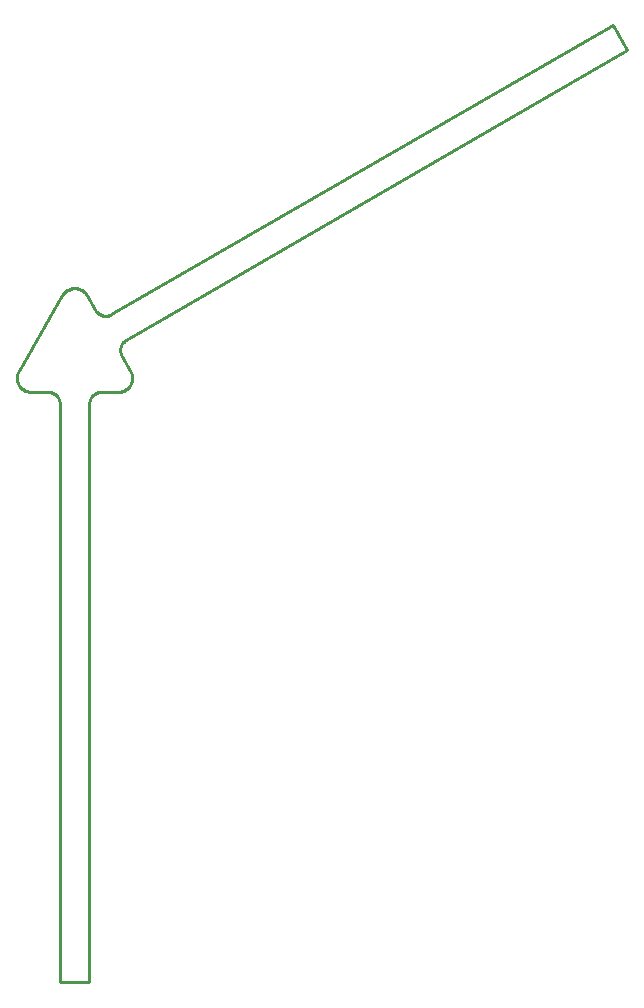
<source format=gbr>
G04 EAGLE Gerber RS-274X export*
G75*
%MOMM*%
%FSLAX34Y34*%
%LPD*%
%IN*%
%IPPOS*%
%AMOC8*
5,1,8,0,0,1.08239X$1,22.5*%
G01*
G04 Define Apertures*
%ADD10C,0.254000*%
D10*
X10377Y18000D02*
X9893Y17071D01*
X9493Y16104D01*
X9178Y15106D01*
X8951Y14084D01*
X8814Y13046D01*
X8769Y12000D01*
X8814Y10954D01*
X8951Y9916D01*
X9178Y8894D01*
X9493Y7896D01*
X9893Y6929D01*
X10377Y6000D01*
X10939Y5117D01*
X11576Y4287D01*
X12284Y3515D01*
X13055Y2808D01*
X13886Y2170D01*
X14769Y1608D01*
X15697Y1124D01*
X16665Y724D01*
X17663Y409D01*
X18685Y182D01*
X19723Y46D01*
X20769Y0D01*
X35124Y0D01*
X35996Y-38D01*
X36860Y-152D01*
X37712Y-341D01*
X38544Y-603D01*
X39350Y-937D01*
X40124Y-1340D01*
X40860Y-1808D01*
X41552Y-2340D01*
X42195Y-2929D01*
X42784Y-3572D01*
X43316Y-4264D01*
X43784Y-5000D01*
X44187Y-5774D01*
X44521Y-6580D01*
X44783Y-7412D01*
X44972Y-8264D01*
X45086Y-9128D01*
X45124Y-10000D01*
X45123Y-500000D01*
X70123Y-500000D01*
X70124Y-10000D01*
X70162Y-9129D01*
X70276Y-8264D01*
X70465Y-7412D01*
X70727Y-6580D01*
X71061Y-5774D01*
X71464Y-5000D01*
X71932Y-4264D01*
X72464Y-3572D01*
X73053Y-2929D01*
X73696Y-2340D01*
X74388Y-1809D01*
X75124Y-1340D01*
X75898Y-937D01*
X76704Y-603D01*
X77536Y-341D01*
X78388Y-152D01*
X79252Y-38D01*
X80124Y0D01*
X94479Y0D01*
X95525Y46D01*
X96563Y182D01*
X97585Y409D01*
X98583Y724D01*
X99551Y1124D01*
X100479Y1608D01*
X101362Y2170D01*
X102193Y2807D01*
X102964Y3515D01*
X103672Y4287D01*
X104309Y5117D01*
X104871Y6000D01*
X105355Y6929D01*
X105755Y7896D01*
X106070Y8894D01*
X106297Y9916D01*
X106433Y10954D01*
X106479Y12000D01*
X106433Y13046D01*
X106297Y14084D01*
X106070Y15106D01*
X105755Y16104D01*
X105355Y17071D01*
X104871Y18000D01*
X97694Y30432D01*
X97291Y31206D01*
X96957Y32012D01*
X96695Y32844D01*
X96506Y33695D01*
X96392Y34560D01*
X96354Y35432D01*
X96392Y36303D01*
X96506Y37168D01*
X96695Y38020D01*
X96957Y38852D01*
X97291Y39658D01*
X97694Y40432D01*
X98163Y41168D01*
X98694Y41860D01*
X99283Y42503D01*
X99926Y43092D01*
X100618Y43623D01*
X101354Y44092D01*
X525707Y289092D01*
X513207Y310743D01*
X88854Y65743D01*
X88080Y65340D01*
X87274Y65006D01*
X86442Y64744D01*
X85591Y64555D01*
X84726Y64441D01*
X83854Y64403D01*
X82983Y64441D01*
X82118Y64555D01*
X81266Y64744D01*
X80434Y65006D01*
X79628Y65340D01*
X78854Y65743D01*
X78118Y66212D01*
X77426Y66743D01*
X76783Y67332D01*
X76194Y67975D01*
X75663Y68667D01*
X75194Y69403D01*
X68016Y81835D01*
X67454Y82718D01*
X66817Y83548D01*
X66109Y84320D01*
X65337Y85028D01*
X64507Y85665D01*
X63624Y86227D01*
X62695Y86711D01*
X61728Y87111D01*
X60730Y87426D01*
X59708Y87653D01*
X58670Y87789D01*
X57624Y87835D01*
X56578Y87789D01*
X55540Y87653D01*
X54518Y87426D01*
X53520Y87111D01*
X52553Y86711D01*
X51624Y86227D01*
X50741Y85665D01*
X49911Y85028D01*
X49139Y84320D01*
X48431Y83548D01*
X47794Y82718D01*
X47232Y81835D01*
X10377Y18000D01*
M02*

</source>
